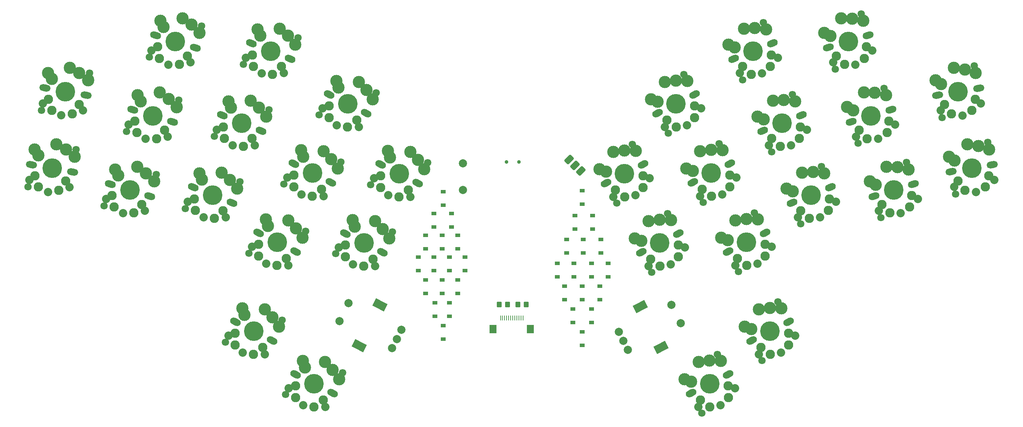
<source format=gbr>
%TF.GenerationSoftware,KiCad,Pcbnew,(6.0.4)*%
%TF.CreationDate,2022-08-21T15:28:52+02:00*%
%TF.ProjectId,Asfoora,4173666f-6f72-4612-9e6b-696361645f70,rev?*%
%TF.SameCoordinates,Original*%
%TF.FileFunction,Soldermask,Top*%
%TF.FilePolarity,Negative*%
%FSLAX46Y46*%
G04 Gerber Fmt 4.6, Leading zero omitted, Abs format (unit mm)*
G04 Created by KiCad (PCBNEW (6.0.4)) date 2022-08-21 15:28:52*
%MOMM*%
%LPD*%
G01*
G04 APERTURE LIST*
G04 Aperture macros list*
%AMRoundRect*
0 Rectangle with rounded corners*
0 $1 Rounding radius*
0 $2 $3 $4 $5 $6 $7 $8 $9 X,Y pos of 4 corners*
0 Add a 4 corners polygon primitive as box body*
4,1,4,$2,$3,$4,$5,$6,$7,$8,$9,$2,$3,0*
0 Add four circle primitives for the rounded corners*
1,1,$1+$1,$2,$3*
1,1,$1+$1,$4,$5*
1,1,$1+$1,$6,$7*
1,1,$1+$1,$8,$9*
0 Add four rect primitives between the rounded corners*
20,1,$1+$1,$2,$3,$4,$5,0*
20,1,$1+$1,$4,$5,$6,$7,0*
20,1,$1+$1,$6,$7,$8,$9,0*
20,1,$1+$1,$8,$9,$2,$3,0*%
%AMHorizOval*
0 Thick line with rounded ends*
0 $1 width*
0 $2 $3 position (X,Y) of the first rounded end (center of the circle)*
0 $4 $5 position (X,Y) of the second rounded end (center of the circle)*
0 Add line between two ends*
20,1,$1,$2,$3,$4,$5,0*
0 Add two circle primitives to create the rounded ends*
1,1,$1,$2,$3*
1,1,$1,$4,$5*%
%AMRotRect*
0 Rectangle, with rotation*
0 The origin of the aperture is its center*
0 $1 length*
0 $2 width*
0 $3 Rotation angle, in degrees counterclockwise*
0 Add horizontal line*
21,1,$1,$2,0,0,$3*%
G04 Aperture macros list end*
%ADD10C,3.000000*%
%ADD11C,4.800000*%
%ADD12HorizOval,1.701800X0.492404X-0.086824X-0.492404X0.086824X0*%
%ADD13C,1.800000*%
%ADD14HorizOval,1.706624X0.490029X-0.086405X-0.490029X0.086405X0*%
%ADD15C,2.032000*%
%ADD16C,2.286000*%
%ADD17HorizOval,1.706624X0.443354X0.225900X-0.443354X-0.225900X0*%
%ADD18HorizOval,1.701800X0.445503X0.226995X-0.445503X-0.226995X0*%
%ADD19R,1.200000X0.900000*%
%ADD20RoundRect,0.250000X0.350000X0.450000X-0.350000X0.450000X-0.350000X-0.450000X0.350000X-0.450000X0*%
%ADD21HorizOval,1.701800X0.463592X-0.187303X-0.463592X0.187303X0*%
%ADD22HorizOval,1.706624X0.461356X-0.186400X-0.461356X0.186400X0*%
%ADD23HorizOval,1.706624X0.443354X-0.225900X-0.443354X0.225900X0*%
%ADD24HorizOval,1.701800X0.445503X-0.226995X-0.445503X0.226995X0*%
%ADD25R,0.280000X1.250000*%
%ADD26R,1.800000X2.000000*%
%ADD27C,2.000000*%
%ADD28RotRect,3.200000X2.000000X27.000000*%
%ADD29HorizOval,1.701800X0.478152X0.146186X-0.478152X-0.146186X0*%
%ADD30HorizOval,1.706624X0.475846X0.145481X-0.475846X-0.145481X0*%
%ADD31HorizOval,1.701800X0.463592X0.187303X-0.463592X-0.187303X0*%
%ADD32HorizOval,1.706624X0.461356X0.186400X-0.461356X-0.186400X0*%
%ADD33RoundRect,0.250000X-0.350000X-0.450000X0.350000X-0.450000X0.350000X0.450000X-0.350000X0.450000X0*%
%ADD34HorizOval,1.706624X0.490029X0.086405X-0.490029X-0.086405X0*%
%ADD35HorizOval,1.701800X0.492404X0.086824X-0.492404X-0.086824X0*%
%ADD36HorizOval,1.706624X0.475846X-0.145481X-0.475846X0.145481X0*%
%ADD37HorizOval,1.701800X0.478152X-0.146186X-0.478152X0.146186X0*%
%ADD38RotRect,3.200000X2.000000X153.000000*%
%ADD39RoundRect,0.375000X0.795495X0.265165X0.265165X0.795495X-0.795495X-0.265165X-0.265165X-0.795495X0*%
%ADD40C,0.900000*%
G04 APERTURE END LIST*
D10*
%TO.C,SW11*%
X45922887Y-72060459D03*
X36074810Y-70323977D03*
X41380874Y-69025640D03*
D11*
X40348853Y-74884792D03*
D10*
X45919937Y-72063297D03*
X43728262Y-70326328D03*
D12*
X45347541Y-75770218D03*
D13*
X34461066Y-79482234D03*
D14*
X35342582Y-74002051D03*
D10*
X37033667Y-71725074D03*
X41377925Y-69028479D03*
D13*
X46236639Y-70287350D03*
D15*
X34763766Y-77759275D03*
D16*
X43658719Y-78048257D03*
X36154484Y-76725058D03*
D15*
X44611843Y-79495756D03*
D16*
X36964123Y-79447003D03*
D15*
X39323144Y-80695612D03*
D16*
X41966947Y-80329136D03*
%TD*%
D17*
%TO.C,SW24*%
X211628104Y-117057300D03*
D10*
X213454972Y-109453069D03*
X209999366Y-113679194D03*
D13*
X218092921Y-107534401D03*
D10*
X216113100Y-109075109D03*
D11*
X216157535Y-114749440D03*
D10*
X218909431Y-109139289D03*
X213455619Y-109449027D03*
X218908783Y-109143331D03*
D18*
X220682528Y-112448286D03*
D10*
X211608344Y-114221105D03*
D13*
X214222150Y-121964478D03*
D16*
X220704733Y-115283968D03*
X213915263Y-118743376D03*
D15*
X222337059Y-115866388D03*
X213426994Y-120406293D03*
D16*
X220726291Y-118123693D03*
D15*
X218835406Y-120007454D03*
D16*
X216199977Y-120429965D03*
%TD*%
D19*
%TO.C,D27*%
X170180000Y-103760000D03*
X170180000Y-107060000D03*
%TD*%
D20*
%TO.C,R1*%
X151892000Y-108204000D03*
X149892000Y-108204000D03*
%TD*%
D19*
%TO.C,D16*%
X136144000Y-113412000D03*
X136144000Y-116712000D03*
%TD*%
D18*
%TO.C,SW20*%
X205909859Y-125306387D03*
D11*
X201384866Y-127607541D03*
D10*
X204136114Y-122001432D03*
D13*
X203320252Y-120392502D03*
D10*
X204136762Y-121997390D03*
X198682303Y-122311170D03*
X196835675Y-127079206D03*
X195226697Y-126537295D03*
D17*
X196855435Y-129915401D03*
D10*
X201340431Y-121933210D03*
X198682950Y-122307128D03*
D13*
X199449481Y-134822579D03*
D16*
X199142594Y-131601477D03*
D15*
X207564390Y-128724489D03*
X198654325Y-133264394D03*
D16*
X205932064Y-128142069D03*
X205953622Y-130981794D03*
X201427308Y-133288066D03*
D15*
X204062737Y-132865555D03*
%TD*%
D19*
%TO.C,D7*%
X133858000Y-96648000D03*
X133858000Y-99948000D03*
%TD*%
%TO.C,D2*%
X133858000Y-85980000D03*
X133858000Y-89280000D03*
%TD*%
%TO.C,D29*%
X164084000Y-98172000D03*
X164084000Y-101472000D03*
%TD*%
D11*
%TO.C,SW22*%
X201776206Y-76061718D03*
D13*
X203711592Y-68846679D03*
D10*
X201731771Y-70387387D03*
X199073643Y-70765347D03*
X204528102Y-70451567D03*
D13*
X199840821Y-83276756D03*
D10*
X199074290Y-70761305D03*
X197227015Y-75533383D03*
D18*
X206301199Y-73760564D03*
D10*
X204527454Y-70455609D03*
D17*
X197246775Y-78369578D03*
D10*
X195618037Y-74991472D03*
D16*
X206323404Y-76596246D03*
D15*
X199045665Y-81718571D03*
X207955730Y-77178666D03*
D16*
X199533934Y-80055654D03*
D15*
X204454077Y-81319732D03*
D16*
X206344962Y-79435971D03*
X201818648Y-81742243D03*
%TD*%
D19*
%TO.C,D21*%
X168402000Y-86488000D03*
X168402000Y-89788000D03*
%TD*%
%TO.C,D20*%
X176530000Y-98172000D03*
X176530000Y-101472000D03*
%TD*%
D10*
%TO.C,SW5*%
X91309740Y-42460906D03*
X98148858Y-42484611D03*
D13*
X100610525Y-42968005D03*
D10*
X99934979Y-44637135D03*
D21*
X98600904Y-48146205D03*
D10*
X96123195Y-40724296D03*
X90663141Y-40891069D03*
D13*
X87180553Y-49513680D03*
D11*
X93895539Y-46240843D03*
D10*
X96119719Y-40726460D03*
D22*
X89182200Y-44336530D03*
D10*
X99931504Y-44639298D03*
D15*
X97106700Y-51637372D03*
D16*
X96475355Y-50023339D03*
X89410214Y-47168836D03*
D15*
X87834861Y-47891306D03*
D16*
X89636237Y-49999634D03*
X94346331Y-51902635D03*
D15*
X91684107Y-51711425D03*
%TD*%
D19*
%TO.C,D23*%
X172466000Y-98172000D03*
X172466000Y-101472000D03*
%TD*%
D10*
%TO.C,SW8*%
X118905834Y-58066728D03*
X109995769Y-53526824D03*
D13*
X105774924Y-61813095D03*
D10*
X110503088Y-55147042D03*
D11*
X112749604Y-59137962D03*
D10*
X115445930Y-53838413D03*
D23*
X108220172Y-56830101D03*
D13*
X119724284Y-56462828D03*
D10*
X117314115Y-55766725D03*
X118902184Y-58068580D03*
D24*
X117271000Y-61446174D03*
D10*
X115449581Y-53836561D03*
D15*
X115478207Y-64793827D03*
X106568141Y-60253922D03*
D16*
X108200467Y-59671502D03*
X114989937Y-63130910D03*
D15*
X110069794Y-64394988D03*
D16*
X108178910Y-62511227D03*
X112705223Y-64817499D03*
%TD*%
D25*
%TO.C,J1*%
X150158000Y-111550000D03*
X150658000Y-111550000D03*
X151158000Y-111550000D03*
X151658000Y-111550000D03*
X152158000Y-111550000D03*
X152658000Y-111550000D03*
X153158000Y-111550000D03*
X153658000Y-111550000D03*
X154158000Y-111550000D03*
X154658000Y-111550000D03*
X155158000Y-111550000D03*
X155658000Y-111550000D03*
D26*
X157458000Y-114274000D03*
X148358000Y-114274000D03*
%TD*%
D27*
%TO.C,SW33*%
X140970000Y-73712000D03*
X140970000Y-80212000D03*
%TD*%
D19*
%TO.C,D13*%
X141478000Y-96648000D03*
X141478000Y-99948000D03*
%TD*%
D27*
%TO.C,SW16*%
X179119418Y-114910907D03*
X181389370Y-119365940D03*
X180254394Y-117138424D03*
D28*
X189479290Y-118723132D03*
X184394596Y-108743858D03*
D27*
X194308965Y-112783078D03*
X192039012Y-108328045D03*
%TD*%
D10*
%TO.C,SW30*%
X239161610Y-56365231D03*
D11*
X240902071Y-62054302D03*
D13*
X237743210Y-68823652D03*
D10*
X244585012Y-57011112D03*
X239160270Y-56369100D03*
X241843648Y-56458461D03*
D13*
X244060932Y-55284952D03*
D10*
X244586352Y-57007244D03*
D29*
X245757910Y-60573865D03*
D30*
X236040696Y-63540573D03*
D10*
X235023304Y-59930961D03*
X236513737Y-60744035D03*
D16*
X238000324Y-65598195D03*
D15*
X237230710Y-67151061D03*
X246793758Y-64227344D03*
D16*
X245287367Y-63370322D03*
X244815484Y-66170648D03*
D15*
X242626214Y-67697442D03*
D16*
X239957456Y-67655897D03*
%TD*%
D10*
%TO.C,SW19*%
X110671354Y-126541675D03*
X102268608Y-123621989D03*
X107211450Y-122313360D03*
X107215101Y-122311508D03*
D13*
X111489804Y-124937775D03*
X97540444Y-130288042D03*
D10*
X101761289Y-122001771D03*
X110667704Y-126543527D03*
D23*
X99985692Y-125305048D03*
D11*
X104515124Y-127612909D03*
D24*
X109036520Y-129921121D03*
D10*
X109079635Y-124241672D03*
D16*
X99965987Y-128146449D03*
D15*
X98333661Y-128728869D03*
X107243727Y-133268774D03*
D16*
X106755457Y-131605857D03*
D15*
X101835314Y-132869935D03*
D16*
X104470743Y-133292446D03*
X99944430Y-130986174D03*
%TD*%
D19*
%TO.C,D3*%
X131826000Y-91314000D03*
X131826000Y-94614000D03*
%TD*%
D10*
%TO.C,SW25*%
X215235259Y-40887455D03*
X209775205Y-40720682D03*
D31*
X216713211Y-44338396D03*
D10*
X215234262Y-40891425D03*
D13*
X214561731Y-39217510D03*
D10*
X207519046Y-45313601D03*
D11*
X212004878Y-46236413D03*
D13*
X209448026Y-53255317D03*
D10*
X212455162Y-40579802D03*
D32*
X207291539Y-48140726D03*
D10*
X209774208Y-40724653D03*
X205963421Y-44633521D03*
D16*
X209423044Y-50019724D03*
X216488185Y-47165222D03*
D15*
X208791700Y-51633758D03*
X218063538Y-47887692D03*
D16*
X216262163Y-49996020D03*
X211552069Y-51899021D03*
D15*
X214214293Y-51707811D03*
%TD*%
D10*
%TO.C,SW6*%
X89005670Y-58340789D03*
X92817454Y-62253628D03*
D11*
X86778014Y-63857336D03*
D10*
X84192215Y-60077399D03*
X91031333Y-60101104D03*
D21*
X91483379Y-65762698D03*
D10*
X92813979Y-62255791D03*
D13*
X80063028Y-67130173D03*
D10*
X83545616Y-58507562D03*
D13*
X93493000Y-60584498D03*
D10*
X89002194Y-58342953D03*
D22*
X82064675Y-61953023D03*
D15*
X89989175Y-69253865D03*
D16*
X82292689Y-64785329D03*
X89357830Y-67639832D03*
D15*
X80717336Y-65507799D03*
X84566582Y-69327918D03*
D16*
X87228806Y-69519128D03*
X82518712Y-67616127D03*
%TD*%
D13*
%TO.C,SW10*%
X102472645Y-90321076D03*
D24*
X100019361Y-95304422D03*
D10*
X98197942Y-87694809D03*
X101654195Y-91924976D03*
D11*
X95497965Y-92996210D03*
D10*
X101650545Y-91926828D03*
D23*
X90968533Y-90688349D03*
D10*
X100062476Y-89624973D03*
X92744130Y-87385072D03*
X93251449Y-89005290D03*
D13*
X88523285Y-95671343D03*
D10*
X98194291Y-87696661D03*
D16*
X97738298Y-96989158D03*
X90948828Y-93529750D03*
D15*
X89316502Y-94112170D03*
X98226568Y-98652075D03*
X92818155Y-98253236D03*
D16*
X90927271Y-96369475D03*
X95453584Y-98675747D03*
%TD*%
D19*
%TO.C,D24*%
X174498000Y-103760000D03*
X174498000Y-107060000D03*
%TD*%
D33*
%TO.C,R2*%
X154464000Y-108204000D03*
X156464000Y-108204000D03*
%TD*%
D19*
%TO.C,D9*%
X139700000Y-91314000D03*
X139700000Y-94614000D03*
%TD*%
%TO.C,D18*%
X172720000Y-86488000D03*
X172720000Y-89788000D03*
%TD*%
D10*
%TO.C,SW32*%
X259975745Y-72059163D03*
D34*
X260545652Y-75765859D03*
D35*
X270551986Y-74005494D03*
D10*
X267168442Y-69443737D03*
D13*
X269512213Y-68549194D03*
D10*
X269822021Y-70326357D03*
X261355979Y-73047815D03*
D11*
X265551922Y-74883118D03*
D10*
X264517757Y-69024344D03*
X264515956Y-69028021D03*
X269823822Y-70322681D03*
D13*
X261591631Y-81217042D03*
D15*
X261286788Y-79494461D03*
D16*
X262239913Y-78046962D03*
X269744148Y-76723763D03*
D15*
X271134866Y-77757979D03*
X266575488Y-80694316D03*
D16*
X268934508Y-79445707D03*
X263931685Y-80327840D03*
%TD*%
D13*
%TO.C,SW27*%
X228796781Y-74450496D03*
D31*
X230948261Y-79571382D03*
D10*
X229469312Y-76124411D03*
D32*
X221526589Y-83373712D03*
D10*
X221754096Y-80546587D03*
X224010255Y-75953668D03*
X226690212Y-75812788D03*
D11*
X226239928Y-81469399D03*
D10*
X220198471Y-79866507D03*
X224009258Y-75957639D03*
X229470309Y-76120441D03*
D13*
X223683076Y-88488303D03*
D16*
X230723235Y-82398208D03*
X223658094Y-85252710D03*
D15*
X232298588Y-83120678D03*
X223026750Y-86866744D03*
D16*
X225787119Y-87132007D03*
D15*
X228449343Y-86940797D03*
D16*
X230497213Y-85229006D03*
%TD*%
D19*
%TO.C,D5*%
X138176000Y-85980000D03*
X138176000Y-89280000D03*
%TD*%
%TO.C,D6*%
X135890000Y-91314000D03*
X135890000Y-94614000D03*
%TD*%
D10*
%TO.C,SW14*%
X61178735Y-74540300D03*
D13*
X53039441Y-84073181D03*
D36*
X54582253Y-78741277D03*
D13*
X65847815Y-76381916D03*
D10*
X55757267Y-75179854D03*
D37*
X64297151Y-81715561D03*
D10*
X63353385Y-76114909D03*
D11*
X59443628Y-80227548D03*
D10*
X65320314Y-78103571D03*
X56538226Y-76687363D03*
X65317041Y-78106029D03*
X61182008Y-74537841D03*
D16*
X62343294Y-83770805D03*
D15*
X63112908Y-85323671D03*
D16*
X55056252Y-81542933D03*
D15*
X53549861Y-82399954D03*
X57717404Y-85870053D03*
D16*
X60386163Y-85828507D03*
X55528134Y-84343259D03*
%TD*%
D10*
%TO.C,SW2*%
X67648350Y-40347782D03*
D13*
X64149565Y-47733600D03*
D10*
X74463509Y-39775328D03*
D37*
X75407275Y-45375980D03*
D10*
X72288859Y-38200719D03*
X72292132Y-38198260D03*
X66867391Y-38840273D03*
X76430438Y-41763990D03*
X76427165Y-41766448D03*
D11*
X70553752Y-43887967D03*
D13*
X76957939Y-40042335D03*
D36*
X65692377Y-42401696D03*
D16*
X73453418Y-47431224D03*
D15*
X64659985Y-46060373D03*
X74223032Y-48984090D03*
D16*
X66166376Y-45203352D03*
X66638258Y-48003678D03*
X71496287Y-49488926D03*
D15*
X68827528Y-49530472D03*
%TD*%
D10*
%TO.C,SW15*%
X95898685Y-113683574D03*
X94306966Y-111383571D03*
D11*
X89742455Y-114754808D03*
D13*
X82767775Y-117429941D03*
D23*
X85213023Y-112446947D03*
D10*
X87495939Y-110763888D03*
D24*
X94263851Y-117063020D03*
D10*
X86988620Y-109143670D03*
X92438781Y-109455259D03*
X92442432Y-109453407D03*
X95895035Y-113685426D03*
D13*
X96717135Y-112079674D03*
D16*
X85193318Y-115288348D03*
D15*
X83560992Y-115870768D03*
X92471058Y-120410673D03*
D16*
X91982788Y-118747756D03*
X85171761Y-118128073D03*
X89698074Y-120434345D03*
D15*
X87062645Y-120011834D03*
%TD*%
D19*
%TO.C,D12*%
X134112000Y-107824000D03*
X134112000Y-111124000D03*
%TD*%
%TO.C,D30*%
X165862000Y-103760000D03*
X165862000Y-107060000D03*
%TD*%
%TO.C,D4*%
X130048000Y-96648000D03*
X130048000Y-99948000D03*
%TD*%
D27*
%TO.C,SW1*%
X123622812Y-118916489D03*
X125892764Y-114461456D03*
X124757788Y-116688973D03*
D38*
X115532892Y-118273681D03*
X120617586Y-108294407D03*
D27*
X112973170Y-107878594D03*
X110703217Y-112333627D03*
%TD*%
D19*
%TO.C,D8*%
X131826000Y-102236000D03*
X131826000Y-105536000D03*
%TD*%
%TO.C,D1*%
X136144000Y-80646000D03*
X136144000Y-83946000D03*
%TD*%
D10*
%TO.C,SW18*%
X183001823Y-92081853D03*
X186458076Y-87851686D03*
X186457429Y-87855728D03*
X184610801Y-92623764D03*
D13*
X187224607Y-100367137D03*
D10*
X191911888Y-87541948D03*
X191911240Y-87545990D03*
D11*
X189159992Y-93152099D03*
D18*
X193684985Y-90850945D03*
D10*
X189115557Y-87477768D03*
D17*
X184630561Y-95459959D03*
D13*
X191095378Y-85937060D03*
D15*
X195339516Y-94269047D03*
D16*
X186917720Y-97146035D03*
X193707190Y-93686627D03*
D15*
X186429451Y-98808952D03*
X191837863Y-98410113D03*
D16*
X193728748Y-96526352D03*
X189202434Y-98832624D03*
%TD*%
D19*
%TO.C,D14*%
X139700000Y-102236000D03*
X139700000Y-105536000D03*
%TD*%
D10*
%TO.C,SW4*%
X44671152Y-50297217D03*
D12*
X48637819Y-57041795D03*
D13*
X37751344Y-60753811D03*
D10*
X39365088Y-51595554D03*
D11*
X43639131Y-56156369D03*
D10*
X44668203Y-50300056D03*
X40323945Y-52996651D03*
X47018540Y-51597905D03*
X49210215Y-53334874D03*
D13*
X49526917Y-51558927D03*
D10*
X49213165Y-53332036D03*
D14*
X38632860Y-55273628D03*
D15*
X47902121Y-60767333D03*
D16*
X46948997Y-59319834D03*
X39444762Y-57996635D03*
D15*
X38054044Y-59030852D03*
D16*
X45257225Y-61600713D03*
X40254401Y-60718580D03*
D15*
X42613422Y-61967189D03*
%TD*%
D11*
%TO.C,SW7*%
X79660489Y-81473829D03*
D10*
X81884669Y-75959446D03*
X83913808Y-77717597D03*
X81888145Y-75957282D03*
X77074690Y-77693892D03*
D22*
X74947150Y-79569516D03*
D13*
X86375475Y-78200991D03*
D10*
X76428091Y-76124055D03*
X85696454Y-79872284D03*
D21*
X84365854Y-83379191D03*
D13*
X72945503Y-84746666D03*
D10*
X85699929Y-79870121D03*
D15*
X73599811Y-83124292D03*
D16*
X82240305Y-85256325D03*
X75175164Y-82401822D03*
D15*
X82871650Y-86870358D03*
D16*
X80111281Y-87135621D03*
D15*
X77449057Y-86944411D03*
D16*
X75401187Y-85232620D03*
%TD*%
D19*
%TO.C,D19*%
X174752000Y-92330000D03*
X174752000Y-95630000D03*
%TD*%
D10*
%TO.C,SW29*%
X236288586Y-38288670D03*
X233606548Y-38195440D03*
X229468242Y-41761170D03*
D30*
X230485634Y-45370782D03*
D10*
X230958675Y-42574244D03*
X239031290Y-38837453D03*
D11*
X235347009Y-43884511D03*
D10*
X233605208Y-38199309D03*
D13*
X232188148Y-50653861D03*
X238505870Y-37115161D03*
D10*
X239029950Y-38841321D03*
D29*
X240202848Y-42404074D03*
D15*
X241238696Y-46057553D03*
D16*
X232445262Y-47428404D03*
D15*
X231675648Y-48981270D03*
D16*
X239732305Y-45200531D03*
D15*
X237071152Y-49527651D03*
D16*
X239260422Y-48000857D03*
X234402394Y-49486106D03*
%TD*%
D19*
%TO.C,D15*%
X137668000Y-107824000D03*
X137668000Y-111124000D03*
%TD*%
D13*
%TO.C,SW9*%
X97149104Y-78742219D03*
D10*
X108688295Y-72695849D03*
X110280014Y-74995852D03*
D24*
X108645180Y-78375298D03*
D11*
X104123784Y-76067086D03*
D23*
X99594352Y-73759225D03*
D10*
X106823761Y-70765685D03*
X110276364Y-74997704D03*
X101369949Y-70455948D03*
D13*
X111098464Y-73391952D03*
D10*
X106820110Y-70767537D03*
X101877268Y-72076166D03*
D16*
X106364117Y-80060034D03*
D15*
X97942321Y-77183046D03*
D16*
X99574647Y-76600626D03*
D15*
X106852387Y-81722951D03*
X101443974Y-81324112D03*
D16*
X99553090Y-79440351D03*
X104079403Y-81746623D03*
%TD*%
D13*
%TO.C,SW12*%
X118391138Y-78903476D03*
D24*
X129887214Y-78536555D03*
D10*
X128065795Y-70926942D03*
X128062144Y-70928794D03*
D23*
X120836386Y-73920482D03*
D10*
X131518398Y-75158961D03*
X123119302Y-72237423D03*
X129930329Y-72857106D03*
D13*
X132340498Y-73553209D03*
D11*
X125365818Y-76228343D03*
D10*
X131522048Y-75157109D03*
X122611983Y-70617205D03*
D16*
X120816681Y-76761883D03*
D15*
X119184355Y-77344303D03*
D16*
X127606151Y-80221291D03*
D15*
X128094421Y-81884208D03*
D16*
X125321437Y-81907880D03*
D15*
X122686008Y-81485369D03*
D16*
X120795124Y-79601608D03*
%TD*%
D19*
%TO.C,D17*%
X170180000Y-80392000D03*
X170180000Y-83692000D03*
%TD*%
%TO.C,D10*%
X137668000Y-96648000D03*
X137668000Y-99948000D03*
%TD*%
%TO.C,D31*%
X167894000Y-109348000D03*
X167894000Y-112648000D03*
%TD*%
%TO.C,D11*%
X135890000Y-102236000D03*
X135890000Y-105536000D03*
%TD*%
%TO.C,D32*%
X170180000Y-114936000D03*
X170180000Y-118236000D03*
%TD*%
%TO.C,D22*%
X170434000Y-92330000D03*
X170434000Y-95630000D03*
%TD*%
%TO.C,D26*%
X168148000Y-98172000D03*
X168148000Y-101472000D03*
%TD*%
D17*
%TO.C,SW17*%
X176004741Y-78530835D03*
D10*
X177831609Y-70926604D03*
X174376003Y-75152729D03*
X183286068Y-70612824D03*
X177832256Y-70922562D03*
D11*
X180534172Y-76222975D03*
D10*
X183285420Y-70616866D03*
D13*
X182469558Y-69007936D03*
X178598787Y-83438013D03*
D10*
X180489737Y-70548644D03*
D18*
X185059165Y-73921821D03*
D10*
X175984981Y-75694640D03*
D16*
X178291900Y-80216911D03*
D15*
X186713696Y-77339923D03*
X177803631Y-81879828D03*
D16*
X185081370Y-76757503D03*
X185102928Y-79597228D03*
X180576614Y-81903500D03*
D15*
X183212043Y-81480989D03*
%TD*%
D13*
%TO.C,SW21*%
X195085772Y-51917555D03*
D18*
X197675379Y-56831440D03*
D11*
X193150386Y-59132594D03*
D10*
X195902282Y-53522443D03*
X195901634Y-53526485D03*
X190448470Y-53832181D03*
D17*
X188620955Y-61440454D03*
D10*
X190447823Y-53836223D03*
X193105951Y-53458263D03*
D13*
X191215001Y-66347632D03*
D10*
X188601195Y-58604259D03*
X186992217Y-58062348D03*
D16*
X197697584Y-59667122D03*
D15*
X199329910Y-60249542D03*
X190419845Y-64789447D03*
D16*
X190908114Y-63126530D03*
X193192828Y-64813119D03*
X197719142Y-62506847D03*
D15*
X195828257Y-64390608D03*
%TD*%
D19*
%TO.C,D25*%
X166370000Y-92330000D03*
X166370000Y-95630000D03*
%TD*%
D10*
%TO.C,SW31*%
X263863176Y-50728571D03*
D13*
X258286365Y-62501876D03*
D11*
X262246656Y-56167952D03*
D10*
X266518556Y-51607515D03*
D34*
X257240386Y-57050693D03*
D35*
X267246720Y-55290328D03*
D10*
X261210690Y-50312855D03*
X266516755Y-51611191D03*
X258050713Y-54332649D03*
D13*
X266206947Y-49834028D03*
D10*
X261212491Y-50309178D03*
X256670479Y-53343997D03*
D16*
X258934647Y-59331796D03*
D15*
X267829600Y-59042813D03*
D16*
X266438882Y-58008597D03*
D15*
X257981522Y-60779295D03*
X263270222Y-61979150D03*
D16*
X260626419Y-61612674D03*
X265629242Y-60730541D03*
%TD*%
D10*
%TO.C,SW26*%
X214636571Y-62930094D03*
X216891733Y-58341146D03*
X222352784Y-58503948D03*
D11*
X219122403Y-63852906D03*
D13*
X216565551Y-70871810D03*
D10*
X222351787Y-58507918D03*
D13*
X221679256Y-56834003D03*
D10*
X213080946Y-62250014D03*
X219572687Y-58196295D03*
D32*
X214409064Y-65757219D03*
D31*
X223830736Y-61954889D03*
D10*
X216892730Y-58337175D03*
D15*
X225181063Y-65504185D03*
X215909225Y-69250251D03*
D16*
X223605710Y-64781715D03*
X216540569Y-67636217D03*
D15*
X221331818Y-69324304D03*
D16*
X218669594Y-69515514D03*
X223379688Y-67612513D03*
%TD*%
D29*
%TO.C,SW28*%
X251312972Y-78743655D03*
D10*
X247398710Y-74628251D03*
D30*
X241595758Y-81710363D03*
D10*
X244715332Y-74538890D03*
D11*
X246457133Y-80224092D03*
D10*
X250140074Y-75180902D03*
D13*
X243298272Y-86993442D03*
D10*
X250141414Y-75177034D03*
X244716672Y-74535021D03*
X242068799Y-78913825D03*
X240578366Y-78100751D03*
D13*
X249615994Y-73454742D03*
D16*
X243555386Y-83767985D03*
X250842429Y-81540112D03*
D15*
X242785772Y-85320851D03*
X252348820Y-82397134D03*
X248181276Y-85867232D03*
D16*
X250370546Y-84340438D03*
X245512518Y-85825687D03*
%TD*%
D10*
%TO.C,SW3*%
X66734121Y-56370890D03*
X61312653Y-57010444D03*
X70875700Y-59934161D03*
X70872427Y-59936619D03*
D13*
X58594827Y-65903771D03*
D36*
X60137639Y-60571867D03*
D10*
X62093612Y-58517953D03*
D13*
X71403201Y-58212506D03*
D10*
X66737394Y-56368431D03*
D37*
X69852537Y-63546151D03*
D10*
X68908771Y-57945499D03*
D11*
X64999014Y-62058138D03*
D15*
X59105247Y-64230544D03*
D16*
X67898680Y-65601395D03*
X60611638Y-63373523D03*
D15*
X68668294Y-67154261D03*
X63272790Y-67700643D03*
D16*
X65941549Y-67659097D03*
X61083520Y-66173849D03*
%TD*%
D39*
%TO.C,PAD1*%
X169816214Y-75582214D03*
X168402000Y-74168000D03*
X166987786Y-72753786D03*
%TD*%
D10*
%TO.C,SW23*%
X210357590Y-87316511D03*
D11*
X210402025Y-92990842D03*
D10*
X205852834Y-92462507D03*
D17*
X205872594Y-95298702D03*
D10*
X207700109Y-87690429D03*
D18*
X214927018Y-90689688D03*
D13*
X208466640Y-100205880D03*
D10*
X204243856Y-91920596D03*
D13*
X212337411Y-85775803D03*
D10*
X213153921Y-87380691D03*
X213153273Y-87384733D03*
X207699462Y-87694471D03*
D15*
X207671484Y-98647695D03*
X216581549Y-94107790D03*
D16*
X214949223Y-93525370D03*
X208159753Y-96984778D03*
D15*
X213079896Y-98248856D03*
D16*
X214970781Y-96365095D03*
X210444467Y-98671367D03*
%TD*%
D13*
%TO.C,SW13*%
X109765318Y-95832600D03*
D10*
X114493482Y-89166547D03*
D11*
X116739998Y-93157467D03*
D10*
X122892578Y-92088085D03*
X119436324Y-87857918D03*
D13*
X123714678Y-90482333D03*
D10*
X122896228Y-92086233D03*
D23*
X112210566Y-90849606D03*
D10*
X119439975Y-87856066D03*
D24*
X121261394Y-95465679D03*
D10*
X121304509Y-89786230D03*
X113986163Y-87546329D03*
D15*
X110558535Y-94273427D03*
D16*
X118980331Y-97150415D03*
X112190861Y-93691007D03*
D15*
X119468601Y-98813332D03*
D16*
X112169304Y-96530732D03*
D15*
X114060188Y-98414493D03*
D16*
X116695617Y-98837004D03*
%TD*%
D19*
%TO.C,D28*%
X172466000Y-109348000D03*
X172466000Y-112648000D03*
%TD*%
D40*
%TO.C,SW34*%
X151662000Y-73330000D03*
X154662000Y-73330000D03*
%TD*%
M02*

</source>
